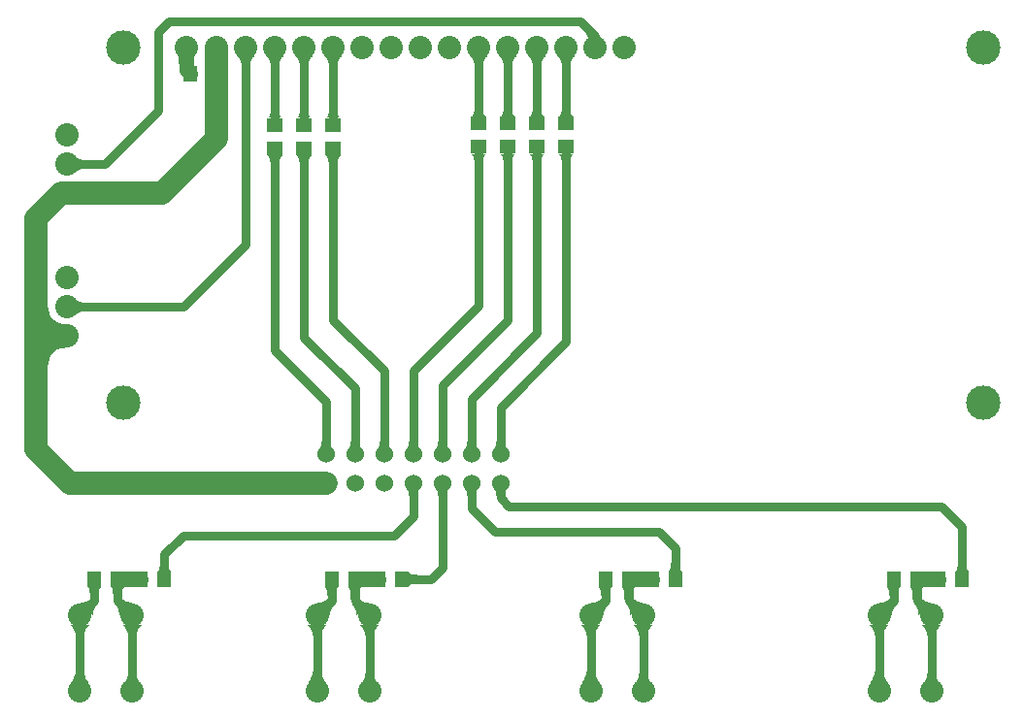
<source format=gtl>
G04*
G04 #@! TF.GenerationSoftware,Altium Limited,Altium Designer,19.0.12 (326)*
G04*
G04 Layer_Physical_Order=1*
G04 Layer_Color=255*
%FSLAX25Y25*%
%MOIN*%
G70*
G01*
G75*
%ADD19R,0.05000X0.05500*%
%ADD20R,0.05500X0.05000*%
%ADD21C,0.08000*%
%ADD22C,0.03000*%
%ADD23C,0.05000*%
%ADD24C,0.06000*%
%ADD25C,0.08000*%
%ADD26C,0.11811*%
G36*
X202888Y229162D02*
X197714Y228747D01*
X197873Y228937D01*
X197983Y229140D01*
X198044Y229355D01*
X198055Y229583D01*
X198017Y229823D01*
X197930Y230076D01*
X197794Y230341D01*
X197608Y230618D01*
X197373Y230908D01*
X197089Y231211D01*
X199865Y232678D01*
X202888Y229162D01*
D02*
G37*
G36*
X62783Y222985D02*
X62732Y222863D01*
X62687Y222701D01*
X62648Y222496D01*
X62615Y222251D01*
X62567Y221634D01*
X62540Y220398D01*
X57540D01*
X57537Y220852D01*
X57432Y222496D01*
X57393Y222701D01*
X57348Y222863D01*
X57297Y222985D01*
X57240Y223064D01*
X62840D01*
X62783Y222985D01*
D02*
G37*
G36*
X193097Y222802D02*
X192876Y222526D01*
X192681Y222236D01*
X192512Y221932D01*
X192369Y221614D01*
X192252Y221282D01*
X192161Y220936D01*
X192096Y220575D01*
X192057Y220201D01*
X192044Y219813D01*
X189044D01*
X189031Y220201D01*
X188992Y220575D01*
X188927Y220936D01*
X188836Y221282D01*
X188719Y221614D01*
X188576Y221932D01*
X188407Y222236D01*
X188212Y222526D01*
X187991Y222802D01*
X187744Y223064D01*
X193344D01*
X193097Y222802D01*
D02*
G37*
G36*
X183097D02*
X182876Y222526D01*
X182681Y222236D01*
X182512Y221932D01*
X182369Y221614D01*
X182252Y221282D01*
X182161Y220936D01*
X182096Y220575D01*
X182057Y220201D01*
X182044Y219813D01*
X179044D01*
X179031Y220201D01*
X178992Y220575D01*
X178927Y220936D01*
X178836Y221282D01*
X178719Y221614D01*
X178576Y221932D01*
X178407Y222236D01*
X178212Y222526D01*
X177991Y222802D01*
X177744Y223064D01*
X183344D01*
X183097Y222802D01*
D02*
G37*
G36*
X173097D02*
X172876Y222526D01*
X172681Y222236D01*
X172512Y221932D01*
X172369Y221614D01*
X172252Y221282D01*
X172161Y220936D01*
X172096Y220575D01*
X172057Y220201D01*
X172044Y219813D01*
X169044D01*
X169031Y220201D01*
X168992Y220575D01*
X168927Y220936D01*
X168836Y221282D01*
X168719Y221614D01*
X168576Y221932D01*
X168407Y222236D01*
X168212Y222526D01*
X167991Y222802D01*
X167744Y223064D01*
X173344D01*
X173097Y222802D01*
D02*
G37*
G36*
X163097D02*
X162876Y222526D01*
X162681Y222236D01*
X162512Y221932D01*
X162369Y221614D01*
X162252Y221282D01*
X162161Y220936D01*
X162096Y220575D01*
X162057Y220201D01*
X162044Y219813D01*
X159044D01*
X159031Y220201D01*
X158992Y220575D01*
X158927Y220936D01*
X158836Y221282D01*
X158719Y221614D01*
X158576Y221932D01*
X158407Y222236D01*
X158212Y222526D01*
X157991Y222802D01*
X157744Y223064D01*
X163344D01*
X163097Y222802D01*
D02*
G37*
G36*
X113097D02*
X112876Y222526D01*
X112681Y222236D01*
X112512Y221932D01*
X112369Y221614D01*
X112252Y221282D01*
X112161Y220936D01*
X112096Y220575D01*
X112057Y220201D01*
X112044Y219813D01*
X109044D01*
X109031Y220201D01*
X108992Y220575D01*
X108927Y220936D01*
X108836Y221282D01*
X108719Y221614D01*
X108576Y221932D01*
X108407Y222236D01*
X108212Y222526D01*
X107991Y222802D01*
X107744Y223064D01*
X113344D01*
X113097Y222802D01*
D02*
G37*
G36*
X103097D02*
X102876Y222526D01*
X102681Y222236D01*
X102512Y221932D01*
X102369Y221614D01*
X102252Y221282D01*
X102161Y220936D01*
X102096Y220575D01*
X102057Y220201D01*
X102044Y219813D01*
X99044D01*
X99031Y220201D01*
X98992Y220575D01*
X98927Y220936D01*
X98836Y221282D01*
X98719Y221614D01*
X98576Y221932D01*
X98407Y222236D01*
X98212Y222526D01*
X97991Y222802D01*
X97744Y223064D01*
X103344D01*
X103097Y222802D01*
D02*
G37*
G36*
X93097D02*
X92876Y222526D01*
X92681Y222236D01*
X92512Y221932D01*
X92369Y221614D01*
X92252Y221282D01*
X92161Y220936D01*
X92096Y220575D01*
X92057Y220201D01*
X92044Y219813D01*
X89044D01*
X89031Y220201D01*
X88992Y220575D01*
X88927Y220936D01*
X88836Y221282D01*
X88719Y221614D01*
X88576Y221932D01*
X88407Y222236D01*
X88212Y222526D01*
X87991Y222802D01*
X87744Y223064D01*
X93344D01*
X93097Y222802D01*
D02*
G37*
G36*
X83097D02*
X82876Y222526D01*
X82681Y222236D01*
X82512Y221932D01*
X82369Y221614D01*
X82252Y221282D01*
X82161Y220936D01*
X82096Y220575D01*
X82057Y220201D01*
X82044Y219813D01*
X79044D01*
X79031Y220201D01*
X78992Y220575D01*
X78927Y220936D01*
X78836Y221282D01*
X78719Y221614D01*
X78576Y221932D01*
X78407Y222236D01*
X78212Y222526D01*
X77991Y222802D01*
X77744Y223064D01*
X83344D01*
X83097Y222802D01*
D02*
G37*
G36*
X192057Y204815D02*
X192156Y203855D01*
X192242Y203465D01*
X192354Y203135D01*
X192490Y202865D01*
X192651Y202655D01*
X192836Y202505D01*
X193047Y202415D01*
X193282Y202385D01*
X187806D01*
X188041Y202415D01*
X188252Y202505D01*
X188438Y202655D01*
X188599Y202865D01*
X188735Y203135D01*
X188846Y203465D01*
X188933Y203855D01*
X188995Y204305D01*
X189032Y204815D01*
X189044Y205385D01*
X192044D01*
X192057Y204815D01*
D02*
G37*
G36*
X182057D02*
X182156Y203855D01*
X182242Y203465D01*
X182354Y203135D01*
X182490Y202865D01*
X182651Y202655D01*
X182836Y202505D01*
X183047Y202415D01*
X183282Y202385D01*
X177806D01*
X178041Y202415D01*
X178252Y202505D01*
X178438Y202655D01*
X178598Y202865D01*
X178735Y203135D01*
X178846Y203465D01*
X178933Y203855D01*
X178995Y204305D01*
X179032Y204815D01*
X179044Y205385D01*
X182044D01*
X182057Y204815D01*
D02*
G37*
G36*
X172057D02*
X172156Y203855D01*
X172242Y203465D01*
X172354Y203135D01*
X172490Y202865D01*
X172651Y202655D01*
X172836Y202505D01*
X173047Y202415D01*
X173282Y202385D01*
X167806D01*
X168041Y202415D01*
X168252Y202505D01*
X168438Y202655D01*
X168598Y202865D01*
X168735Y203135D01*
X168846Y203465D01*
X168933Y203855D01*
X168995Y204305D01*
X169032Y204815D01*
X169044Y205385D01*
X172044D01*
X172057Y204815D01*
D02*
G37*
G36*
X162057D02*
X162156Y203855D01*
X162242Y203465D01*
X162354Y203135D01*
X162490Y202865D01*
X162651Y202655D01*
X162837Y202505D01*
X163047Y202415D01*
X163282Y202385D01*
X157806D01*
X158041Y202415D01*
X158252Y202505D01*
X158438Y202655D01*
X158598Y202865D01*
X158735Y203135D01*
X158846Y203465D01*
X158933Y203855D01*
X158995Y204305D01*
X159032Y204815D01*
X159044Y205385D01*
X162044D01*
X162057Y204815D01*
D02*
G37*
G36*
X112057Y204315D02*
X112156Y203355D01*
X112242Y202965D01*
X112354Y202635D01*
X112490Y202365D01*
X112651Y202155D01*
X112837Y202005D01*
X113047Y201915D01*
X113282Y201885D01*
X107806D01*
X108041Y201915D01*
X108252Y202005D01*
X108438Y202155D01*
X108598Y202365D01*
X108735Y202635D01*
X108846Y202965D01*
X108933Y203355D01*
X108995Y203805D01*
X109032Y204315D01*
X109044Y204885D01*
X112044D01*
X112057Y204315D01*
D02*
G37*
G36*
X102057D02*
X102156Y203355D01*
X102242Y202965D01*
X102354Y202635D01*
X102490Y202365D01*
X102651Y202155D01*
X102837Y202005D01*
X103047Y201915D01*
X103282Y201885D01*
X97806D01*
X98041Y201915D01*
X98252Y202005D01*
X98438Y202155D01*
X98598Y202365D01*
X98735Y202635D01*
X98846Y202965D01*
X98933Y203355D01*
X98995Y203805D01*
X99032Y204315D01*
X99044Y204885D01*
X102044D01*
X102057Y204315D01*
D02*
G37*
G36*
X92057D02*
X92156Y203355D01*
X92242Y202965D01*
X92354Y202635D01*
X92490Y202365D01*
X92651Y202155D01*
X92836Y202005D01*
X93047Y201915D01*
X93282Y201885D01*
X87806D01*
X88041Y201915D01*
X88252Y202005D01*
X88438Y202155D01*
X88599Y202365D01*
X88735Y202635D01*
X88846Y202965D01*
X88933Y203355D01*
X88995Y203805D01*
X89032Y204315D01*
X89044Y204885D01*
X92044D01*
X92057Y204315D01*
D02*
G37*
G36*
X193047Y189379D02*
X192836Y189289D01*
X192651Y189139D01*
X192490Y188929D01*
X192354Y188659D01*
X192242Y188329D01*
X192156Y187939D01*
X192094Y187489D01*
X192057Y186979D01*
X192044Y186409D01*
X189044D01*
X189032Y186979D01*
X188933Y187939D01*
X188846Y188329D01*
X188735Y188659D01*
X188599Y188929D01*
X188438Y189139D01*
X188252Y189289D01*
X188041Y189379D01*
X187806Y189409D01*
X193282D01*
X193047Y189379D01*
D02*
G37*
G36*
X183047D02*
X182836Y189289D01*
X182651Y189139D01*
X182490Y188929D01*
X182354Y188659D01*
X182242Y188329D01*
X182156Y187939D01*
X182094Y187489D01*
X182057Y186979D01*
X182044Y186409D01*
X179044D01*
X179032Y186979D01*
X178933Y187939D01*
X178846Y188329D01*
X178735Y188659D01*
X178598Y188929D01*
X178438Y189139D01*
X178252Y189289D01*
X178041Y189379D01*
X177806Y189409D01*
X183282D01*
X183047Y189379D01*
D02*
G37*
G36*
X173047D02*
X172836Y189289D01*
X172651Y189139D01*
X172490Y188929D01*
X172354Y188659D01*
X172242Y188329D01*
X172156Y187939D01*
X172094Y187489D01*
X172057Y186979D01*
X172044Y186409D01*
X169044D01*
X169032Y186979D01*
X168933Y187939D01*
X168846Y188329D01*
X168735Y188659D01*
X168598Y188929D01*
X168438Y189139D01*
X168252Y189289D01*
X168041Y189379D01*
X167806Y189409D01*
X173282D01*
X173047Y189379D01*
D02*
G37*
G36*
X163047D02*
X162837Y189289D01*
X162651Y189139D01*
X162490Y188929D01*
X162354Y188659D01*
X162242Y188329D01*
X162156Y187939D01*
X162094Y187489D01*
X162057Y186979D01*
X162044Y186409D01*
X159044D01*
X159032Y186979D01*
X158933Y187939D01*
X158846Y188329D01*
X158735Y188659D01*
X158598Y188929D01*
X158438Y189139D01*
X158252Y189289D01*
X158041Y189379D01*
X157806Y189409D01*
X163282D01*
X163047Y189379D01*
D02*
G37*
G36*
X113047Y188879D02*
X112837Y188789D01*
X112651Y188639D01*
X112490Y188429D01*
X112354Y188159D01*
X112242Y187829D01*
X112156Y187439D01*
X112094Y186989D01*
X112057Y186479D01*
X112044Y185909D01*
X109044D01*
X109032Y186479D01*
X108933Y187439D01*
X108846Y187829D01*
X108735Y188159D01*
X108598Y188429D01*
X108438Y188639D01*
X108252Y188789D01*
X108041Y188879D01*
X107806Y188909D01*
X113282D01*
X113047Y188879D01*
D02*
G37*
G36*
X103047D02*
X102837Y188789D01*
X102651Y188639D01*
X102490Y188429D01*
X102354Y188159D01*
X102242Y187829D01*
X102156Y187439D01*
X102094Y186989D01*
X102057Y186479D01*
X102044Y185909D01*
X99044D01*
X99032Y186479D01*
X98933Y187439D01*
X98846Y187829D01*
X98735Y188159D01*
X98598Y188429D01*
X98438Y188639D01*
X98252Y188789D01*
X98041Y188879D01*
X97806Y188909D01*
X103282D01*
X103047Y188879D01*
D02*
G37*
G36*
X93047D02*
X92836Y188789D01*
X92651Y188639D01*
X92490Y188429D01*
X92354Y188159D01*
X92242Y187829D01*
X92156Y187439D01*
X92094Y186989D01*
X92057Y186479D01*
X92044Y185909D01*
X89044D01*
X89032Y186479D01*
X88933Y187439D01*
X88846Y187829D01*
X88735Y188159D01*
X88599Y188429D01*
X88438Y188639D01*
X88252Y188789D01*
X88041Y188879D01*
X87806Y188909D01*
X93282D01*
X93047Y188879D01*
D02*
G37*
G36*
X22143Y188450D02*
X22419Y188229D01*
X22709Y188034D01*
X23013Y187865D01*
X23331Y187722D01*
X23663Y187605D01*
X24010Y187514D01*
X24370Y187449D01*
X24744Y187410D01*
X25133Y187397D01*
Y184397D01*
X24744Y184384D01*
X24370Y184345D01*
X24010Y184280D01*
X23663Y184189D01*
X23331Y184072D01*
X23013Y183929D01*
X22709Y183760D01*
X22419Y183565D01*
X22143Y183344D01*
X21881Y183097D01*
Y188697D01*
X22143Y188450D01*
D02*
G37*
G36*
Y139450D02*
X22419Y139229D01*
X22709Y139034D01*
X23013Y138865D01*
X23331Y138722D01*
X23663Y138605D01*
X24010Y138514D01*
X24370Y138449D01*
X24744Y138410D01*
X25133Y138397D01*
Y135397D01*
X24744Y135384D01*
X24370Y135345D01*
X24010Y135280D01*
X23663Y135189D01*
X23331Y135072D01*
X23013Y134929D01*
X22709Y134760D01*
X22419Y134565D01*
X22143Y134344D01*
X21881Y134097D01*
Y139697D01*
X22143Y139450D01*
D02*
G37*
G36*
X12565Y137377D02*
X12761Y136017D01*
X13087Y134817D01*
X13544Y133777D01*
X14131Y132897D01*
X14849Y132177D01*
X15697Y131617D01*
X16676Y131217D01*
X17785Y130977D01*
X19025Y130897D01*
Y122897D01*
X17785Y122817D01*
X16676Y122577D01*
X15697Y122177D01*
X14849Y121617D01*
X14131Y120897D01*
X13544Y120017D01*
X13087Y118977D01*
X12761Y117777D01*
X12565Y116417D01*
X12500Y114897D01*
X4500Y126897D01*
X12500Y138897D01*
X12565Y137377D01*
D02*
G37*
G36*
X169530Y90472D02*
X169579Y89892D01*
X169621Y89634D01*
X169675Y89398D01*
X169740Y89183D01*
X169818Y88990D01*
X169908Y88818D01*
X170010Y88668D01*
X170124Y88539D01*
X165925D01*
X166039Y88668D01*
X166140Y88818D01*
X166230Y88990D01*
X166308Y89183D01*
X166375Y89398D01*
X166428Y89634D01*
X166471Y89892D01*
X166500Y90171D01*
X166525Y90795D01*
X169525D01*
X169530Y90472D01*
D02*
G37*
G36*
X159530D02*
X159579Y89892D01*
X159620Y89634D01*
X159675Y89398D01*
X159740Y89183D01*
X159818Y88990D01*
X159908Y88818D01*
X160011Y88668D01*
X160125Y88539D01*
X155924D01*
X156038Y88668D01*
X156140Y88818D01*
X156230Y88990D01*
X156308Y89183D01*
X156375Y89398D01*
X156429Y89634D01*
X156471Y89892D01*
X156500Y90171D01*
X156525Y90795D01*
X159525D01*
X159530Y90472D01*
D02*
G37*
G36*
X149530D02*
X149578Y89892D01*
X149620Y89634D01*
X149674Y89398D01*
X149741Y89183D01*
X149819Y88990D01*
X149908Y88818D01*
X150011Y88668D01*
X150125Y88539D01*
X145924D01*
X146038Y88668D01*
X146141Y88818D01*
X146230Y88990D01*
X146309Y89183D01*
X146374Y89398D01*
X146429Y89634D01*
X146470Y89892D01*
X146501Y90171D01*
X146525Y90795D01*
X149524D01*
X149530Y90472D01*
D02*
G37*
G36*
X139531D02*
X139578Y89892D01*
X139620Y89634D01*
X139674Y89398D01*
X139741Y89183D01*
X139819Y88990D01*
X139909Y88818D01*
X140010Y88668D01*
X140124Y88539D01*
X135924D01*
X136038Y88668D01*
X136141Y88818D01*
X136231Y88990D01*
X136309Y89183D01*
X136374Y89398D01*
X136428Y89634D01*
X136470Y89892D01*
X136501Y90171D01*
X136524Y90795D01*
X139524D01*
X139531Y90472D01*
D02*
G37*
G36*
X129531D02*
X129578Y89892D01*
X129621Y89634D01*
X129674Y89398D01*
X129741Y89183D01*
X129818Y88990D01*
X129909Y88818D01*
X130010Y88668D01*
X130124Y88539D01*
X125925D01*
X126039Y88668D01*
X126140Y88818D01*
X126231Y88990D01*
X126309Y89183D01*
X126374Y89398D01*
X126428Y89634D01*
X126470Y89892D01*
X126500Y90171D01*
X126524Y90795D01*
X129525D01*
X129531Y90472D01*
D02*
G37*
G36*
X119530D02*
X119579Y89892D01*
X119621Y89634D01*
X119675Y89398D01*
X119740Y89183D01*
X119818Y88990D01*
X119908Y88818D01*
X120010Y88668D01*
X120124Y88539D01*
X115925D01*
X116039Y88668D01*
X116140Y88818D01*
X116230Y88990D01*
X116308Y89183D01*
X116375Y89398D01*
X116428Y89634D01*
X116471Y89892D01*
X116500Y90171D01*
X116525Y90795D01*
X119525D01*
X119530Y90472D01*
D02*
G37*
G36*
X109530D02*
X109579Y89892D01*
X109620Y89634D01*
X109675Y89398D01*
X109740Y89183D01*
X109818Y88990D01*
X109908Y88818D01*
X110011Y88668D01*
X110125Y88539D01*
X105924D01*
X106038Y88668D01*
X106140Y88818D01*
X106230Y88990D01*
X106308Y89183D01*
X106375Y89398D01*
X106429Y89634D01*
X106471Y89892D01*
X106500Y90171D01*
X106525Y90795D01*
X109525D01*
X109530Y90472D01*
D02*
G37*
G36*
X170010Y74126D02*
X169908Y73976D01*
X169818Y73805D01*
X169740Y73611D01*
X169675Y73397D01*
X169621Y73160D01*
X169579Y72902D01*
X169548Y72623D01*
X169525Y71999D01*
X166525D01*
X166518Y72322D01*
X166471Y72902D01*
X166428Y73160D01*
X166375Y73397D01*
X166308Y73611D01*
X166230Y73805D01*
X166140Y73976D01*
X166039Y74126D01*
X165925Y74255D01*
X170124D01*
X170010Y74126D01*
D02*
G37*
G36*
X160011D02*
X159908Y73976D01*
X159818Y73805D01*
X159740Y73611D01*
X159675Y73397D01*
X159620Y73160D01*
X159579Y72902D01*
X159548Y72623D01*
X159525Y71999D01*
X156525D01*
X156518Y72322D01*
X156471Y72902D01*
X156429Y73160D01*
X156375Y73397D01*
X156308Y73611D01*
X156230Y73805D01*
X156140Y73976D01*
X156038Y74126D01*
X155924Y74255D01*
X160125D01*
X160011Y74126D01*
D02*
G37*
G36*
X150011D02*
X149908Y73976D01*
X149819Y73805D01*
X149741Y73611D01*
X149674Y73397D01*
X149620Y73160D01*
X149578Y72902D01*
X149548Y72623D01*
X149524Y71999D01*
X146525D01*
X146519Y72322D01*
X146470Y72902D01*
X146429Y73160D01*
X146374Y73397D01*
X146309Y73611D01*
X146230Y73805D01*
X146141Y73976D01*
X146038Y74126D01*
X145924Y74255D01*
X150125D01*
X150011Y74126D01*
D02*
G37*
G36*
X140010D02*
X139909Y73976D01*
X139819Y73805D01*
X139741Y73611D01*
X139674Y73397D01*
X139620Y73160D01*
X139578Y72902D01*
X139549Y72623D01*
X139524Y71999D01*
X136524D01*
X136519Y72322D01*
X136470Y72902D01*
X136428Y73160D01*
X136374Y73397D01*
X136309Y73611D01*
X136231Y73805D01*
X136141Y73976D01*
X136038Y74126D01*
X135924Y74255D01*
X140124D01*
X140010Y74126D01*
D02*
G37*
G36*
X328034Y48565D02*
X328113Y47605D01*
X328183Y47215D01*
X328272Y46885D01*
X328380Y46615D01*
X328509Y46405D01*
X328657Y46255D01*
X328825Y46165D01*
X329012Y46135D01*
X324037D01*
X324224Y46165D01*
X324392Y46255D01*
X324540Y46405D01*
X324669Y46615D01*
X324778Y46885D01*
X324866Y47215D01*
X324936Y47605D01*
X324985Y48055D01*
X325025Y49135D01*
X328025D01*
X328034Y48565D01*
D02*
G37*
G36*
X229534D02*
X229613Y47605D01*
X229683Y47215D01*
X229771Y46885D01*
X229880Y46615D01*
X230009Y46405D01*
X230157Y46255D01*
X230325Y46165D01*
X230512Y46135D01*
X225536D01*
X225724Y46165D01*
X225892Y46255D01*
X226040Y46405D01*
X226169Y46615D01*
X226277Y46885D01*
X226366Y47215D01*
X226436Y47605D01*
X226485Y48055D01*
X226524Y49135D01*
X229524D01*
X229534Y48565D01*
D02*
G37*
G36*
X54034D02*
X54113Y47605D01*
X54183Y47215D01*
X54272Y46885D01*
X54380Y46615D01*
X54509Y46405D01*
X54657Y46255D01*
X54825Y46165D01*
X55013Y46135D01*
X50037D01*
X50224Y46165D01*
X50392Y46255D01*
X50540Y46405D01*
X50669Y46615D01*
X50778Y46885D01*
X50866Y47215D01*
X50936Y47605D01*
X50985Y48055D01*
X51025Y49135D01*
X54024D01*
X54034Y48565D01*
D02*
G37*
G36*
X316037Y45928D02*
X316712Y45907D01*
X318513Y45897D01*
Y40897D01*
X316037Y40779D01*
Y40659D01*
X315986Y40704D01*
X315837Y40745D01*
X315705Y40763D01*
X313512Y40659D01*
X313325Y40629D01*
X313157Y40539D01*
X313009Y40389D01*
X312880Y40179D01*
X312772Y39909D01*
X312683Y39579D01*
X312613Y39189D01*
X312564Y38739D01*
X312560Y38622D01*
X312527Y37341D01*
X312526Y36780D01*
X312653Y36663D01*
X312975Y36409D01*
X313313Y36183D01*
X313669Y35986D01*
X314041Y35817D01*
X314430Y35676D01*
X314836Y35563D01*
X315259Y35479D01*
X315699Y35423D01*
X316156Y35395D01*
X311530Y31119D01*
X311536Y31569D01*
X311510Y32003D01*
X311452Y32421D01*
X311362Y32824D01*
X311239Y33211D01*
X311083Y33583D01*
X310895Y33939D01*
X310676Y34279D01*
X310423Y34603D01*
X310138Y34912D01*
X311753Y36397D01*
X309524D01*
X309522Y37341D01*
X309408Y39347D01*
X309366Y39579D01*
X309278Y39909D01*
X309169Y40179D01*
X309040Y40389D01*
X308892Y40539D01*
X308724Y40629D01*
X308537Y40659D01*
X309333D01*
X309282Y41553D01*
X309226Y41661D01*
X311036D01*
Y45897D01*
X313512Y46015D01*
Y46135D01*
X313562Y46090D01*
X313713Y46049D01*
X313843Y46031D01*
X316037Y46135D01*
Y45928D01*
D02*
G37*
G36*
X217536Y45912D02*
X217712Y45907D01*
X219513Y45897D01*
Y40897D01*
X217536Y40803D01*
Y40659D01*
X217487Y40704D01*
X217337Y40745D01*
X217087Y40780D01*
X217078Y40781D01*
X214512Y40659D01*
X214325Y40629D01*
X214157Y40539D01*
X214009Y40389D01*
X213880Y40179D01*
X213772Y39909D01*
X213683Y39579D01*
X213613Y39189D01*
X213564Y38739D01*
X213560Y38622D01*
X213527Y37341D01*
X213526Y36780D01*
X213653Y36663D01*
X213974Y36409D01*
X214313Y36183D01*
X214669Y35986D01*
X215041Y35817D01*
X215430Y35676D01*
X215836Y35563D01*
X216259Y35479D01*
X216699Y35423D01*
X217156Y35395D01*
X212530Y31119D01*
X212536Y31569D01*
X212510Y32003D01*
X212452Y32421D01*
X212362Y32824D01*
X212239Y33211D01*
X212083Y33583D01*
X211895Y33939D01*
X211676Y34279D01*
X211423Y34603D01*
X211138Y34912D01*
X212753Y36397D01*
X210525D01*
X210522Y37341D01*
X210408Y39347D01*
X210366Y39579D01*
X210278Y39909D01*
X210169Y40179D01*
X210040Y40389D01*
X209892Y40539D01*
X209724Y40629D01*
X209537Y40659D01*
X210333D01*
X210282Y41553D01*
X210226Y41661D01*
X212537D01*
Y45897D01*
X214512Y45991D01*
Y46135D01*
X214563Y46090D01*
X214713Y46049D01*
X214963Y46014D01*
X214971Y46013D01*
X217536Y46135D01*
Y45912D01*
D02*
G37*
G36*
X123537D02*
X123713Y45907D01*
X125513Y45897D01*
Y40897D01*
X123537Y40803D01*
Y40659D01*
X123486Y40704D01*
X123337Y40745D01*
X123087Y40780D01*
X123078Y40781D01*
X120512Y40659D01*
X120325Y40629D01*
X120157Y40539D01*
X120009Y40389D01*
X119880Y40179D01*
X119772Y39909D01*
X119683Y39579D01*
X119613Y39189D01*
X119566Y38761D01*
X119527Y36543D01*
X119828Y36299D01*
X120167Y36067D01*
X120514Y35868D01*
X120870Y35703D01*
X121234Y35572D01*
X121606Y35476D01*
X121987Y35413D01*
X122376Y35385D01*
X122774Y35390D01*
X118532Y31148D01*
X118537Y31545D01*
X118508Y31935D01*
X118446Y32315D01*
X118349Y32688D01*
X118218Y33052D01*
X118054Y33407D01*
X117855Y33754D01*
X117622Y34093D01*
X117356Y34424D01*
X117055Y34746D01*
X118706Y36397D01*
X116525D01*
X116360Y39604D01*
X116278Y39909D01*
X116169Y40179D01*
X116040Y40389D01*
X115892Y40539D01*
X115724Y40629D01*
X115536Y40659D01*
X116305D01*
X116256Y41630D01*
X118536D01*
Y45897D01*
X120512Y45991D01*
Y46135D01*
X120563Y46090D01*
X120712Y46049D01*
X120963Y46014D01*
X120971Y46013D01*
X123537Y46135D01*
Y45912D01*
D02*
G37*
G36*
X42037D02*
X42213Y45907D01*
X44012Y45897D01*
Y40897D01*
X42037Y40803D01*
Y40659D01*
X41987Y40704D01*
X41837Y40745D01*
X41587Y40780D01*
X41578Y40781D01*
X39013Y40659D01*
X38825Y40629D01*
X38657Y40539D01*
X38509Y40389D01*
X38380Y40179D01*
X38271Y39909D01*
X38183Y39579D01*
X38113Y39189D01*
X38064Y38739D01*
X38060Y38622D01*
X38028Y37341D01*
X38026Y36780D01*
X38153Y36663D01*
X38475Y36409D01*
X38813Y36183D01*
X39169Y35986D01*
X39541Y35817D01*
X39930Y35676D01*
X40336Y35563D01*
X40759Y35479D01*
X41199Y35423D01*
X41656Y35395D01*
X37030Y31119D01*
X37036Y31569D01*
X37010Y32003D01*
X36952Y32421D01*
X36862Y32824D01*
X36738Y33211D01*
X36583Y33583D01*
X36395Y33939D01*
X36176Y34279D01*
X35923Y34603D01*
X35638Y34912D01*
X37253Y36397D01*
X35024D01*
X35021Y37341D01*
X34908Y39347D01*
X34866Y39579D01*
X34778Y39909D01*
X34669Y40179D01*
X34540Y40389D01*
X34392Y40539D01*
X34224Y40629D01*
X34036Y40659D01*
X34833D01*
X34782Y41553D01*
X34726Y41661D01*
X37036D01*
Y45897D01*
X39013Y45991D01*
Y46135D01*
X39062Y46090D01*
X39213Y46049D01*
X39463Y46014D01*
X39471Y46013D01*
X42037Y46135D01*
Y45912D01*
D02*
G37*
G36*
X136542Y45900D02*
X136633Y45689D01*
X136783Y45504D01*
X136993Y45343D01*
X137262Y45206D01*
X137592Y45095D01*
X137982Y45009D01*
X138433Y44947D01*
X138943Y44909D01*
X139513Y44897D01*
Y41897D01*
X138943Y41885D01*
X137982Y41786D01*
X137592Y41699D01*
X137262Y41587D01*
X136993Y41451D01*
X136783Y41290D01*
X136633Y41105D01*
X136542Y40894D01*
X136512Y40659D01*
Y46135D01*
X136542Y45900D01*
D02*
G37*
G36*
X305325Y40629D02*
X305157Y40539D01*
X305009Y40389D01*
X304880Y40179D01*
X304771Y39909D01*
X304683Y39579D01*
X304613Y39189D01*
X304564Y38739D01*
X304524Y37659D01*
X301524D01*
X301515Y38229D01*
X301436Y39189D01*
X301366Y39579D01*
X301277Y39909D01*
X301169Y40179D01*
X301040Y40389D01*
X300892Y40539D01*
X300724Y40629D01*
X300536Y40659D01*
X305512D01*
X305325Y40629D01*
D02*
G37*
G36*
X206325D02*
X206157Y40539D01*
X206009Y40389D01*
X205880Y40179D01*
X205771Y39909D01*
X205683Y39579D01*
X205613Y39189D01*
X205564Y38739D01*
X205524Y37659D01*
X202524D01*
X202515Y38229D01*
X202436Y39189D01*
X202366Y39579D01*
X202277Y39909D01*
X202169Y40179D01*
X202040Y40389D01*
X201892Y40539D01*
X201724Y40629D01*
X201536Y40659D01*
X206512D01*
X206325Y40629D01*
D02*
G37*
G36*
X112325D02*
X112157Y40539D01*
X112009Y40389D01*
X111880Y40179D01*
X111772Y39909D01*
X111683Y39579D01*
X111613Y39189D01*
X111564Y38739D01*
X111524Y37659D01*
X108525D01*
X108515Y38229D01*
X108436Y39189D01*
X108366Y39579D01*
X108277Y39909D01*
X108169Y40179D01*
X108040Y40389D01*
X107892Y40539D01*
X107724Y40629D01*
X107536Y40659D01*
X112513D01*
X112325Y40629D01*
D02*
G37*
G36*
X30825D02*
X30657Y40539D01*
X30509Y40389D01*
X30380Y40179D01*
X30272Y39909D01*
X30183Y39579D01*
X30113Y39189D01*
X30064Y38739D01*
X30024Y37659D01*
X27024D01*
X27015Y38229D01*
X26936Y39189D01*
X26866Y39579D01*
X26777Y39909D01*
X26669Y40179D01*
X26540Y40389D01*
X26392Y40539D01*
X26224Y40629D01*
X26037Y40659D01*
X31012D01*
X30825Y40629D01*
D02*
G37*
G36*
X303994Y34746D02*
X303694Y34424D01*
X303427Y34093D01*
X303194Y33754D01*
X302995Y33407D01*
X302831Y33052D01*
X302700Y32688D01*
X302603Y32315D01*
X302541Y31935D01*
X302512Y31545D01*
X302518Y31148D01*
X298275Y35390D01*
X298673Y35385D01*
X299062Y35413D01*
X299443Y35476D01*
X299815Y35572D01*
X300179Y35703D01*
X300535Y35868D01*
X300882Y36067D01*
X301221Y36299D01*
X301551Y36566D01*
X301873Y36867D01*
X303994Y34746D01*
D02*
G37*
G36*
X204994D02*
X204694Y34424D01*
X204427Y34093D01*
X204194Y33754D01*
X203995Y33407D01*
X203831Y33052D01*
X203700Y32688D01*
X203603Y32315D01*
X203541Y31935D01*
X203512Y31545D01*
X203518Y31148D01*
X199276Y35390D01*
X199673Y35385D01*
X200062Y35413D01*
X200443Y35476D01*
X200815Y35572D01*
X201179Y35703D01*
X201535Y35868D01*
X201882Y36067D01*
X202221Y36299D01*
X202551Y36566D01*
X202873Y36867D01*
X204994Y34746D01*
D02*
G37*
G36*
X110994D02*
X110694Y34424D01*
X110427Y34093D01*
X110194Y33754D01*
X109995Y33407D01*
X109831Y33052D01*
X109700Y32688D01*
X109603Y32315D01*
X109541Y31935D01*
X109512Y31545D01*
X109518Y31148D01*
X105275Y35390D01*
X105673Y35385D01*
X106062Y35413D01*
X106443Y35476D01*
X106815Y35572D01*
X107179Y35703D01*
X107535Y35868D01*
X107882Y36067D01*
X108221Y36299D01*
X108551Y36566D01*
X108873Y36867D01*
X110994Y34746D01*
D02*
G37*
G36*
X29494D02*
X29194Y34424D01*
X28927Y34093D01*
X28694Y33754D01*
X28495Y33407D01*
X28331Y33052D01*
X28200Y32688D01*
X28103Y32315D01*
X28041Y31935D01*
X28012Y31545D01*
X28018Y31148D01*
X23776Y35390D01*
X24173Y35385D01*
X24562Y35413D01*
X24943Y35476D01*
X25315Y35572D01*
X25679Y35703D01*
X26035Y35868D01*
X26382Y36067D01*
X26721Y36299D01*
X27051Y36566D01*
X27373Y36867D01*
X29494Y34746D01*
D02*
G37*
G36*
X318861Y27355D02*
X318581Y27017D01*
X318333Y26669D01*
X318119Y26310D01*
X317937Y25943D01*
X317789Y25565D01*
X317673Y25177D01*
X317590Y24779D01*
X317541Y24372D01*
X317525Y23954D01*
X314525D01*
X314508Y24372D01*
X314458Y24779D01*
X314376Y25177D01*
X314261Y25565D01*
X314112Y25943D01*
X313931Y26310D01*
X313716Y26669D01*
X313469Y27017D01*
X313188Y27355D01*
X312875Y27683D01*
X319175D01*
X318861Y27355D01*
D02*
G37*
G36*
X300861D02*
X300581Y27017D01*
X300333Y26669D01*
X300118Y26310D01*
X299937Y25943D01*
X299788Y25565D01*
X299673Y25177D01*
X299590Y24779D01*
X299541Y24372D01*
X299524Y23954D01*
X296525D01*
X296508Y24372D01*
X296459Y24779D01*
X296376Y25177D01*
X296260Y25565D01*
X296112Y25943D01*
X295931Y26310D01*
X295716Y26669D01*
X295468Y27017D01*
X295188Y27355D01*
X294875Y27683D01*
X301174D01*
X300861Y27355D01*
D02*
G37*
G36*
X219861D02*
X219581Y27017D01*
X219333Y26669D01*
X219118Y26310D01*
X218937Y25943D01*
X218789Y25565D01*
X218673Y25177D01*
X218590Y24779D01*
X218541Y24372D01*
X218525Y23954D01*
X215525D01*
X215508Y24372D01*
X215458Y24779D01*
X215376Y25177D01*
X215261Y25565D01*
X215112Y25943D01*
X214931Y26310D01*
X214716Y26669D01*
X214469Y27017D01*
X214188Y27355D01*
X213875Y27683D01*
X220175D01*
X219861Y27355D01*
D02*
G37*
G36*
X201861D02*
X201581Y27017D01*
X201333Y26669D01*
X201118Y26310D01*
X200937Y25943D01*
X200788Y25565D01*
X200673Y25177D01*
X200590Y24779D01*
X200541Y24372D01*
X200524Y23954D01*
X197524D01*
X197508Y24372D01*
X197459Y24779D01*
X197376Y25177D01*
X197260Y25565D01*
X197112Y25943D01*
X196931Y26310D01*
X196716Y26669D01*
X196468Y27017D01*
X196188Y27355D01*
X195875Y27683D01*
X202174D01*
X201861Y27355D01*
D02*
G37*
G36*
X125861D02*
X125581Y27017D01*
X125333Y26669D01*
X125119Y26310D01*
X124937Y25943D01*
X124788Y25565D01*
X124673Y25177D01*
X124591Y24779D01*
X124541Y24372D01*
X124524Y23954D01*
X121525D01*
X121508Y24372D01*
X121458Y24779D01*
X121376Y25177D01*
X121260Y25565D01*
X121112Y25943D01*
X120931Y26310D01*
X120716Y26669D01*
X120468Y27017D01*
X120188Y27355D01*
X119875Y27683D01*
X126174D01*
X125861Y27355D01*
D02*
G37*
G36*
X107861D02*
X107580Y27017D01*
X107333Y26669D01*
X107118Y26310D01*
X106937Y25943D01*
X106789Y25565D01*
X106673Y25177D01*
X106590Y24779D01*
X106541Y24372D01*
X106525Y23954D01*
X103524D01*
X103508Y24372D01*
X103458Y24779D01*
X103376Y25177D01*
X103261Y25565D01*
X103112Y25943D01*
X102930Y26310D01*
X102716Y26669D01*
X102469Y27017D01*
X102188Y27355D01*
X101874Y27683D01*
X108175D01*
X107861Y27355D01*
D02*
G37*
G36*
X44361D02*
X44080Y27017D01*
X43833Y26669D01*
X43619Y26310D01*
X43437Y25943D01*
X43288Y25565D01*
X43173Y25177D01*
X43091Y24779D01*
X43041Y24372D01*
X43025Y23954D01*
X40025D01*
X40008Y24372D01*
X39959Y24779D01*
X39876Y25177D01*
X39761Y25565D01*
X39612Y25943D01*
X39430Y26310D01*
X39216Y26669D01*
X38969Y27017D01*
X38688Y27355D01*
X38375Y27683D01*
X44675D01*
X44361Y27355D01*
D02*
G37*
G36*
X26361D02*
X26081Y27017D01*
X25833Y26669D01*
X25618Y26310D01*
X25437Y25943D01*
X25289Y25565D01*
X25173Y25177D01*
X25091Y24779D01*
X25041Y24372D01*
X25025Y23954D01*
X22025D01*
X22008Y24372D01*
X21959Y24779D01*
X21876Y25177D01*
X21760Y25565D01*
X21612Y25943D01*
X21430Y26310D01*
X21216Y26669D01*
X20968Y27017D01*
X20688Y27355D01*
X20374Y27683D01*
X26675D01*
X26361Y27355D01*
D02*
G37*
G36*
X299541Y11422D02*
X299590Y11015D01*
X299673Y10617D01*
X299788Y10229D01*
X299937Y9852D01*
X300118Y9484D01*
X300333Y9126D01*
X300581Y8777D01*
X300861Y8439D01*
X301174Y8111D01*
X294875D01*
X295188Y8439D01*
X295468Y8777D01*
X295716Y9126D01*
X295931Y9484D01*
X296112Y9852D01*
X296260Y10229D01*
X296376Y10617D01*
X296459Y11015D01*
X296508Y11422D01*
X296525Y11840D01*
X299524D01*
X299541Y11422D01*
D02*
G37*
G36*
X200541D02*
X200590Y11015D01*
X200673Y10617D01*
X200788Y10229D01*
X200937Y9852D01*
X201118Y9484D01*
X201333Y9126D01*
X201581Y8777D01*
X201861Y8439D01*
X202174Y8111D01*
X195875D01*
X196188Y8439D01*
X196468Y8777D01*
X196716Y9126D01*
X196931Y9484D01*
X197112Y9852D01*
X197260Y10229D01*
X197376Y10617D01*
X197459Y11015D01*
X197508Y11422D01*
X197524Y11840D01*
X200524D01*
X200541Y11422D01*
D02*
G37*
G36*
X106541D02*
X106590Y11015D01*
X106673Y10617D01*
X106789Y10229D01*
X106937Y9852D01*
X107118Y9484D01*
X107333Y9126D01*
X107580Y8777D01*
X107861Y8439D01*
X108175Y8111D01*
X101874D01*
X102188Y8439D01*
X102469Y8777D01*
X102716Y9126D01*
X102930Y9484D01*
X103112Y9852D01*
X103261Y10229D01*
X103376Y10617D01*
X103458Y11015D01*
X103508Y11422D01*
X103524Y11840D01*
X106525D01*
X106541Y11422D01*
D02*
G37*
G36*
X25041D02*
X25091Y11015D01*
X25173Y10617D01*
X25289Y10229D01*
X25437Y9852D01*
X25618Y9484D01*
X25833Y9126D01*
X26081Y8777D01*
X26361Y8439D01*
X26675Y8111D01*
X20374D01*
X20688Y8439D01*
X20968Y8777D01*
X21216Y9126D01*
X21430Y9484D01*
X21612Y9852D01*
X21760Y10229D01*
X21876Y10617D01*
X21959Y11015D01*
X22008Y11422D01*
X22025Y11840D01*
X25025D01*
X25041Y11422D01*
D02*
G37*
G36*
X317537Y10617D02*
X317577Y10242D01*
X317641Y9882D01*
X317733Y9536D01*
X317849Y9204D01*
X317992Y8885D01*
X318162Y8581D01*
X318356Y8291D01*
X318578Y8016D01*
X318825Y7754D01*
X313225D01*
X313472Y8016D01*
X313692Y8291D01*
X313888Y8581D01*
X314056Y8885D01*
X314199Y9204D01*
X314317Y9536D01*
X314407Y9882D01*
X314473Y10242D01*
X314511Y10617D01*
X314525Y11005D01*
X317525D01*
X317537Y10617D01*
D02*
G37*
G36*
X218537D02*
X218577Y10242D01*
X218641Y9882D01*
X218733Y9536D01*
X218849Y9204D01*
X218992Y8885D01*
X219162Y8581D01*
X219356Y8291D01*
X219578Y8016D01*
X219825Y7754D01*
X214225D01*
X214472Y8016D01*
X214692Y8291D01*
X214887Y8581D01*
X215056Y8885D01*
X215199Y9204D01*
X215317Y9536D01*
X215407Y9882D01*
X215473Y10242D01*
X215511Y10617D01*
X215525Y11005D01*
X218525D01*
X218537Y10617D01*
D02*
G37*
G36*
X124538D02*
X124576Y10242D01*
X124642Y9882D01*
X124732Y9536D01*
X124849Y9204D01*
X124993Y8885D01*
X125162Y8581D01*
X125356Y8291D01*
X125577Y8016D01*
X125824Y7754D01*
X120224D01*
X120472Y8016D01*
X120693Y8291D01*
X120887Y8581D01*
X121056Y8885D01*
X121200Y9204D01*
X121317Y9536D01*
X121407Y9882D01*
X121473Y10242D01*
X121511Y10617D01*
X121525Y11005D01*
X124524D01*
X124538Y10617D01*
D02*
G37*
G36*
X43038D02*
X43077Y10242D01*
X43141Y9882D01*
X43233Y9536D01*
X43349Y9204D01*
X43492Y8885D01*
X43661Y8581D01*
X43856Y8291D01*
X44078Y8016D01*
X44324Y7754D01*
X38724D01*
X38971Y8016D01*
X39193Y8291D01*
X39388Y8581D01*
X39557Y8885D01*
X39700Y9204D01*
X39816Y9536D01*
X39908Y9882D01*
X39972Y10242D01*
X40012Y10617D01*
X40025Y11005D01*
X43025D01*
X43038Y10617D01*
D02*
G37*
%LPC*%
G36*
X312657Y40889D02*
X312638Y40659D01*
X313512D01*
Y40866D01*
X312837Y40887D01*
X312657Y40889D01*
D02*
G37*
G36*
X213657Y40891D02*
X213638Y40659D01*
X214512D01*
Y40882D01*
X214336Y40887D01*
X213657Y40891D01*
D02*
G37*
G36*
X119645Y40891D02*
X119627Y40659D01*
X120512D01*
Y40882D01*
X120336Y40887D01*
X119645Y40891D01*
D02*
G37*
G36*
X38157Y40891D02*
X38138Y40659D01*
X39013D01*
Y40882D01*
X38837Y40887D01*
X38157Y40891D01*
D02*
G37*
%LPD*%
D19*
X69500Y217000D02*
D03*
X61500D02*
D03*
X228025Y43397D02*
D03*
X220024D02*
D03*
X134025D02*
D03*
X126024D02*
D03*
X326524D02*
D03*
X318525D02*
D03*
X311024D02*
D03*
X303025D02*
D03*
X212024D02*
D03*
X204025D02*
D03*
X118025D02*
D03*
X110024D02*
D03*
X52525D02*
D03*
X44524D02*
D03*
X36525D02*
D03*
X28525D02*
D03*
D20*
X90544Y191397D02*
D03*
Y199397D02*
D03*
X100544Y191397D02*
D03*
Y199397D02*
D03*
X110544Y191397D02*
D03*
Y199397D02*
D03*
X160544Y191897D02*
D03*
Y199897D02*
D03*
X170544Y191897D02*
D03*
Y199897D02*
D03*
X180544Y191897D02*
D03*
Y199897D02*
D03*
X190544Y191897D02*
D03*
Y199897D02*
D03*
D21*
X70544Y217000D02*
Y225921D01*
Y194544D02*
Y217000D01*
X8500Y126897D02*
X19025D01*
X8500Y88024D02*
Y126897D01*
Y167373D01*
X19025Y175897D02*
X51897D01*
X17025D02*
X19025D01*
X8500Y167373D02*
X17025Y175897D01*
X8500Y88024D02*
X20128Y76397D01*
X108025D01*
X51897Y175897D02*
X70544Y194544D01*
D22*
X227025Y43397D02*
X228025Y44397D01*
Y54075D01*
X222500Y59600D02*
X228025Y54075D01*
X166200Y59600D02*
X222500D01*
X170800Y68400D02*
X319522D01*
X168025Y71175D02*
X170800Y68400D01*
X168025Y71175D02*
Y76397D01*
X319522Y68400D02*
X326524Y61397D01*
X158025Y67775D02*
X166200Y59600D01*
X158025Y67775D02*
Y76397D01*
X59100Y58500D02*
X131503D01*
X52525Y51925D02*
X59100Y58500D01*
X52525Y43397D02*
Y51925D01*
X138024Y65022D02*
Y76397D01*
X131503Y58500D02*
X138024Y65022D01*
X298025Y30897D02*
X303025Y35897D01*
Y43397D01*
X199024Y30897D02*
X204025Y35897D01*
Y43397D01*
X118025Y35897D02*
Y43397D01*
Y35897D02*
X123024Y30897D01*
Y4897D02*
Y30897D01*
X105025D02*
X110024Y35897D01*
Y43397D01*
X23525Y30897D02*
X28525Y35897D01*
Y43397D01*
X23525Y4897D02*
Y30897D01*
X105025Y4897D02*
Y30897D01*
X298025Y4897D02*
Y30897D01*
X199024Y4897D02*
Y30897D01*
X41524Y4897D02*
Y30897D01*
X36525Y36147D02*
Y43397D01*
Y36147D02*
X41524Y31147D01*
X217024Y4897D02*
Y30897D01*
X212024Y36147D02*
Y43397D01*
Y36147D02*
X217024Y31147D01*
X311024Y36147D02*
X316024Y31147D01*
Y30897D02*
Y31147D01*
X311024Y36147D02*
Y43397D01*
X316024Y4897D02*
Y30897D01*
X144025Y43397D02*
X148024Y47397D01*
X134025Y43397D02*
X144025D01*
X148024Y47397D02*
Y76397D01*
X326524Y43397D02*
Y61397D01*
X50524Y231397D02*
X54024Y234897D01*
X195525D01*
X200544Y229877D01*
X90544Y121877D02*
Y191397D01*
Y121877D02*
X108025Y104397D01*
Y86397D02*
Y104397D01*
X100544Y126377D02*
Y191397D01*
Y126377D02*
X118025Y108897D01*
Y86397D02*
Y108897D01*
X110544Y132377D02*
Y191397D01*
Y132377D02*
X128024Y114897D01*
Y86397D02*
Y114897D01*
X200544Y225921D02*
Y229877D01*
X50524Y204397D02*
Y231397D01*
X32024Y185897D02*
X50524Y204397D01*
X17025Y185897D02*
X32024D01*
X90544Y199397D02*
Y225921D01*
X100544Y199397D02*
Y225921D01*
X110544Y199397D02*
Y225921D01*
X17025Y136897D02*
X59025D01*
X80544Y158417D01*
Y225921D01*
X160544Y199897D02*
Y225921D01*
X170544Y199897D02*
Y225921D01*
X180544Y199897D02*
Y225921D01*
X190544Y199897D02*
Y225921D01*
X138024Y86397D02*
Y114897D01*
X160544Y137417D01*
Y191897D01*
X148024Y86397D02*
Y109897D01*
X170544Y132417D01*
Y191897D01*
X158025Y86397D02*
Y105397D01*
X180544Y127917D01*
Y191897D01*
X168025Y86397D02*
Y102377D01*
X190544Y124897D01*
Y191897D01*
D23*
X311024Y43397D02*
X318525D01*
X212024D02*
X220024D01*
X118025D02*
X126024D01*
X36525D02*
X44524D01*
X60040Y218460D02*
X61500Y217000D01*
X60040Y218460D02*
Y225921D01*
D24*
X168025Y76397D02*
D03*
Y86397D02*
D03*
X158025Y76397D02*
D03*
Y86397D02*
D03*
X148024Y76397D02*
D03*
Y86397D02*
D03*
X138024Y76397D02*
D03*
Y86397D02*
D03*
X128024Y76397D02*
D03*
Y86397D02*
D03*
X118025Y76397D02*
D03*
Y86397D02*
D03*
X108025Y76397D02*
D03*
Y86397D02*
D03*
D25*
X19025Y146897D02*
D03*
Y136897D02*
D03*
Y126897D02*
D03*
Y195897D02*
D03*
Y185897D02*
D03*
Y175897D02*
D03*
X210544Y225921D02*
D03*
X200544D02*
D03*
X190544D02*
D03*
X180544D02*
D03*
X170544D02*
D03*
X160544D02*
D03*
X150544D02*
D03*
X140544D02*
D03*
X130544D02*
D03*
X120544D02*
D03*
X110544D02*
D03*
X100544D02*
D03*
X90544D02*
D03*
X80544D02*
D03*
X70544D02*
D03*
X60040D02*
D03*
X41524Y4897D02*
D03*
Y30897D02*
D03*
X23525Y4897D02*
D03*
Y30897D02*
D03*
X123024Y4897D02*
D03*
Y30897D02*
D03*
X105025Y4897D02*
D03*
Y30897D02*
D03*
X217024Y4897D02*
D03*
Y30897D02*
D03*
X199024Y4897D02*
D03*
Y30897D02*
D03*
X316024Y4897D02*
D03*
Y30897D02*
D03*
X298025Y4897D02*
D03*
Y30897D02*
D03*
D26*
X333662Y225921D02*
D03*
Y103874D02*
D03*
X38387Y103873D02*
D03*
Y225921D02*
D03*
M02*

</source>
